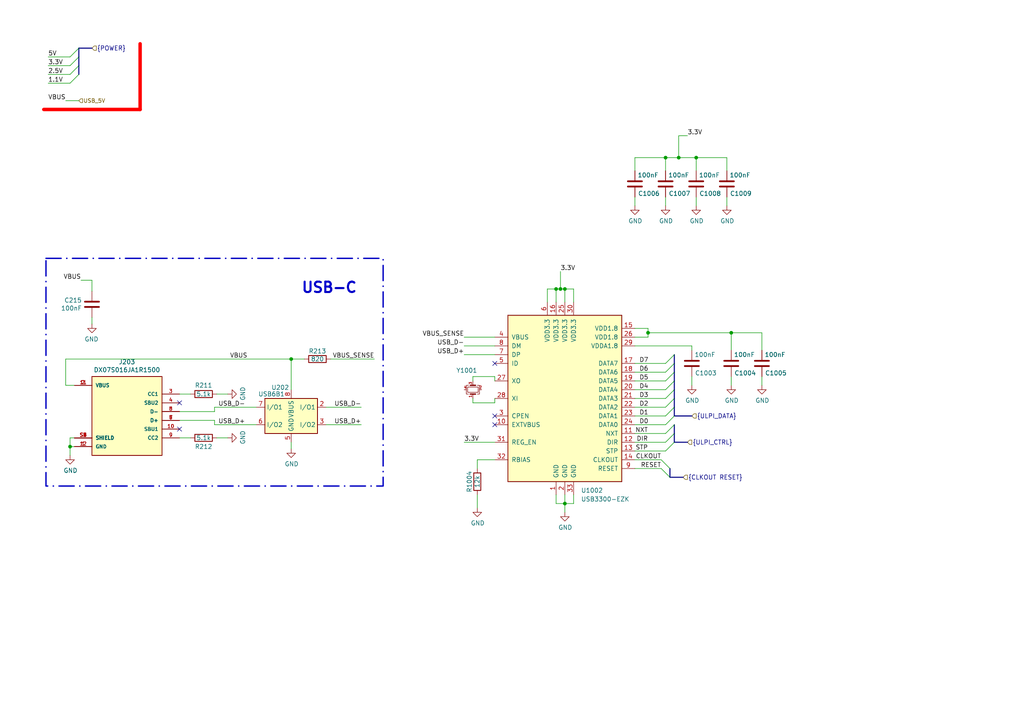
<source format=kicad_sch>
(kicad_sch (version 20250114) (generator "eeschema") (generator_version "9.0")
  (paper "A4")
  (title_block (title "PlasmaGate") (date "2025-07-23") (rev "1.0") (company "LPP/CNRS") (comment 1 "Alexis Jeandet") (comment 2 "CC-BY-SA") (comment 3 "alexis.jeandet@member.fsf.org"))
  (lib_symbols
    (symbol "DX07S016JA1R1500:DX07S016JA1R1500" (pin_names (offset 1.016))
      (property "Reference" "J" (at -10.16 11.43 0))
      (property "Value" "DX07S016JA1R1500" (at -10.16 -13.97 0))
      (symbol "DX07S016JA1R1500_0_0"
        (rectangle (start -10.16 -12.7) (end 10.16 10.16) (stroke (width 0.254)) (fill (type background)))
        (pin passive line (at -15.24 5.08 0) (length 5.08) (name "CC1") (number "3"))
        (pin passive line (at -15.24 2.54 0) (length 5.08) (name "SBU2") (number "4"))
        (pin passive line (at -15.24 0 0) (length 5.08) (name "D-") (number "5"))
        (pin passive line (at -15.24 0 0) (length 5.08) (name "D-") (number "8"))
        (pin passive line (at -15.24 -2.54 0) (length 5.08) (name "D+") (number "6"))
        (pin passive line (at -15.24 -2.54 0) (length 5.08) (name "D+") (number "7"))
        (pin passive line (at -15.24 -5.08 0) (length 5.08) (name "SBU1") (number "10"))
        (pin passive line (at -15.24 -7.62 0) (length 5.08) (name "CC2") (number "9"))
        (pin power_in line (at 15.24 7.62 180) (length 5.08) (name "VBUS") (number "11"))
        (pin power_in line (at 15.24 7.62 180) (length 5.08) (name "VBUS") (number "2"))
        (pin passive line (at 15.24 -7.62 180) (length 5.08) (name "SHIELD") (number "S1"))
        (pin passive line (at 15.24 -7.62 180) (length 5.08) (name "SHIELD") (number "S2"))
        (pin passive line (at 15.24 -7.62 180) (length 5.08) (name "SHIELD") (number "S3"))
        (pin passive line (at 15.24 -7.62 180) (length 5.08) (name "SHIELD") (number "S4"))
        (pin passive line (at 15.24 -7.62 180) (length 5.08) (name "SHIELD") (number "S5"))
        (pin passive line (at 15.24 -7.62 180) (length 5.08) (name "SHIELD") (number "S6"))
        (pin power_in line (at 15.24 -10.16 180) (length 5.08) (name "GND") (number "1"))
        (pin power_in line (at 15.24 -10.16 180) (length 5.08) (name "GND") (number "12"))
      )
    )
    (symbol "Device:C" (pin_numbers (hide yes)) (pin_names (offset 0.254))
      (property "Reference" "C" (at 0.635 2.54 0))
      (property "Value" "C" (at 0.635 -2.54 0))
      (symbol "C_0_1"
        (polyline (pts (xy -2.032 0.762) (xy 2.032 0.762)) (stroke (width 0.508)))
        (polyline (pts (xy -2.032 -0.762) (xy 2.032 -0.762)) (stroke (width 0.508)))
      )
      (symbol "C_1_1"
        (pin passive line (at 0 3.81 270) (length 2.794) (name "~") (number "1"))
        (pin passive line (at 0 -3.81 90) (length 2.794) (name "~") (number "2"))
      )
    )
    (symbol "Device:Crystal_GND24_Small" (pin_names (offset 1.016) (hide yes))
      (property "Reference" "Y" (at 1.27 4.445 0))
      (property "Value" "Crystal_GND24_Small" (at 1.27 2.54 0))
      (symbol "Crystal_GND24_Small_0_1"
        (polyline (pts (xy -1.27 1.27) (xy -1.27 1.905) (xy 1.27 1.905) (xy 1.27 1.27)))
        (polyline (pts (xy -1.27 -0.762) (xy -1.27 0.762)) (stroke (width 0.381)))
        (polyline (pts (xy -1.27 -1.27) (xy -1.27 -1.905) (xy 1.27 -1.905) (xy 1.27 -1.27)))
        (rectangle (start -0.762 -1.524) (end 0.762 1.524))
        (polyline (pts (xy 1.27 -0.762) (xy 1.27 0.762)) (stroke (width 0.381)))
      )
      (symbol "Crystal_GND24_Small_1_1"
        (pin passive line (at -2.54 0 0) (length 1.27) (name "1") (number "1"))
        (pin passive line (at 0 2.54 270) (length 0.635) (name "4") (number "4"))
        (pin passive line (at 0 -2.54 90) (length 0.635) (name "2") (number "2"))
        (pin passive line (at 2.54 0 180) (length 1.27) (name "3") (number "3"))
      )
    )
    (symbol "Device:R" (pin_numbers (hide yes)) (pin_names (offset 0))
      (property "Reference" "R" (at 2.032 0 90))
      (property "Value" "R" (at 0 0 90))
      (symbol "R_0_1"
        (rectangle (start -1.016 -2.54) (end 1.016 2.54) (stroke (width 0.254)))
      )
      (symbol "R_1_1"
        (pin passive line (at 0 3.81 270) (length 1.27) (name "~") (number "1"))
        (pin passive line (at 0 -3.81 90) (length 1.27) (name "~") (number "2"))
      )
    )
    (symbol "Interface_USB:USB3300-EZK" (pin_names (offset 1.016))
      (property "Reference" "U" (at 0 1.27 0))
      (property "Value" "USB3300-EZK" (at 0 -1.27 0))
      (symbol "USB3300-EZK_0_1"
        (rectangle (start 16.51 -24.13) (end -16.51 24.13) (stroke (width 0.254)) (fill (type background)))
      )
      (symbol "USB3300-EZK_1_1"
        (pin power_in line (at -20.32 17.78 0) (length 3.81) (name "VBUS") (number "4"))
        (pin bidirectional line (at -20.32 15.24 0) (length 3.81) (name "DM") (number "8"))
        (pin bidirectional line (at -20.32 12.7 0) (length 3.81) (name "DP") (number "7"))
        (pin input line (at -20.32 10.16 0) (length 3.81) (name "ID") (number "5"))
        (pin output line (at -20.32 5.08 0) (length 3.81) (name "XO") (number "27"))
        (pin input line (at -20.32 0 0) (length 3.81) (name "XI") (number "28"))
        (pin output line (at -20.32 -5.08 0) (length 3.81) (name "CPEN") (number "3"))
        (pin input line (at -20.32 -7.62 0) (length 3.81) (name "EXTVBUS") (number "10"))
        (pin bidirectional line (at -20.32 -12.7 0) (length 3.81) (name "REG_EN") (number "31"))
        (pin passive line (at -20.32 -17.78 0) (length 3.81) (name "RBIAS") (number "32"))
        (pin power_in line (at -5.08 27.94 270) (length 3.81) (name "VDD3.3") (number "6"))
        (pin power_in line (at -2.54 27.94 270) (length 3.81) (name "VDD3.3") (number "16"))
        (pin power_in line (at -2.54 -27.94 90) (length 3.81) (name "GND") (number "1"))
        (pin power_in line (at 0 27.94 270) (length 3.81) (name "VDD3.3") (number "25"))
        (pin power_in line (at 0 -27.94 90) (length 3.81) (name "GND") (number "2"))
        (pin power_in line (at 2.54 27.94 270) (length 3.81) (name "VDD3.3") (number "30"))
        (pin power_in line (at 2.54 -27.94 90) (length 3.81) (name "GND") (number "33"))
        (pin power_out line (at 20.32 20.32 180) (length 3.81) (name "VDD1.8") (number "15"))
        (pin power_out line (at 20.32 17.78 180) (length 3.81) (name "VDD1.8") (number "26"))
        (pin power_out line (at 20.32 15.24 180) (length 3.81) (name "VDDA1.8") (number "29"))
        (pin bidirectional line (at 20.32 10.16 180) (length 3.81) (name "DATA7") (number "17"))
        (pin bidirectional line (at 20.32 7.62 180) (length 3.81) (name "DATA6") (number "18"))
        (pin bidirectional line (at 20.32 5.08 180) (length 3.81) (name "DATA5") (number "19"))
        (pin bidirectional line (at 20.32 2.54 180) (length 3.81) (name "DATA4") (number "20"))
        (pin bidirectional line (at 20.32 0 180) (length 3.81) (name "DATA3") (number "21"))
        (pin bidirectional line (at 20.32 -2.54 180) (length 3.81) (name "DATA2") (number "22"))
        (pin bidirectional line (at 20.32 -5.08 180) (length 3.81) (name "DATA1") (number "23"))
        (pin bidirectional line (at 20.32 -7.62 180) (length 3.81) (name "DATA0") (number "24"))
        (pin output line (at 20.32 -10.16 180) (length 3.81) (name "NXT") (number "11"))
        (pin output line (at 20.32 -12.7 180) (length 3.81) (name "DIR") (number "12"))
        (pin input line (at 20.32 -15.24 180) (length 3.81) (name "STP") (number "13"))
        (pin output line (at 20.32 -17.78 180) (length 3.81) (name "CLKOUT") (number "14"))
        (pin input line (at 20.32 -20.32 180) (length 3.81) (name "RESET") (number "9"))
      )
    )
    (symbol "Power_Protection:USB6B1"
      (property "Reference" "U" (at 6.35 6.35 0))
      (property "Value" "USB6B1" (at 5.08 -6.35 0))
      (symbol "USB6B1_0_1"
        (rectangle (start -7.62 -5.08) (end 7.62 5.08) (stroke (width 0.254)) (fill (type background)))
      )
      (symbol "USB6B1_1_1"
        (pin passive line (at -10.16 2.54 0) (length 2.54) (name "I/O1") (number "2"))
        (pin passive line (at -10.16 -2.54 0) (length 2.54) (name "I/O2") (number "3"))
        (pin passive line (at 0 7.62 270) (length 2.54) (hide yes) (name "VBUS") (number "1"))
        (pin passive line (at 0 7.62 270) (length 2.54) (name "VBUS") (number "8"))
        (pin passive line (at 0 -7.62 90) (length 2.54) (hide yes) (name "GND") (number "4"))
        (pin passive line (at 0 -7.62 90) (length 2.54) (name "GND") (number "5"))
        (pin passive line (at 10.16 2.54 180) (length 2.54) (name "I/O1") (number "7"))
        (pin passive line (at 10.16 -2.54 180) (length 2.54) (name "I/O2") (number "6"))
      )
    )
    (symbol "power:GND" (power) (pin_names (offset 0))
      (property "Value" "GND" (at 0 -3.81 0))
      (symbol "GND_0_1"
        (polyline (pts (xy 0 0) (xy 0 -1.27) (xy 1.27 -1.27) (xy 0 -2.54) (xy -1.27 -1.27) (xy 0 -1.27)))
      )
      (symbol "GND_1_1"
        (pin power_in line (at 0 0 270) (length 0) (hide yes) (name "GND") (number "1"))
      )
    )
  )
  (bus_alias "ULPI_CTRL" (members "NXT" "DIR" "STP"))
  (bus_alias "ULPI_DATA" (members "D0" "D1" "D2" "D3" "D4" "D5" "D6" "D7"))
  (rectangle (start 13.335 74.93) (end 111.125 140.97) (stroke (width 0.4) (type dash_dot)))
  (text "USB-C" (at 87.249 85.344 0) (effects (font (size 2.9972 2.9972) (thickness 0.5994) (bold yes)) (justify left bottom)))
  (junction (at 193.04 45.72))
  (junction (at 201.93 45.72))
  (junction (at 20.32 129.54))
  (junction (at 196.85 45.72))
  (junction (at 212.09 96.52))
  (junction (at 163.83 146.05))
  (junction (at 187.96 96.52))
  (junction (at 161.29 83.82))
  (junction (at 84.455 104.14))
  (junction (at 162.56 83.82))
  (junction (at 163.83 83.82))
  (no_connect (at 143.51 120.65))
  (no_connect (at 52.07 116.84))
  (no_connect (at 143.51 123.19))
  (no_connect (at 143.51 105.41))
  (no_connect (at 52.07 124.46))
  (bus_entry (at 193.04 120.65) (size 2.54 -2.54))
  (bus_entry (at 193.04 118.11) (size 2.54 -2.54))
  (bus_entry (at 22.86 13.97) (size -2.54 2.54))
  (bus_entry (at 191.77 135.89) (size 2.54 2.54))
  (bus_entry (at 22.86 19.05) (size -2.54 2.54))
  (bus_entry (at 193.04 128.27) (size 2.54 -2.54))
  (bus_entry (at 191.77 133.35) (size 2.54 2.54))
  (bus_entry (at 193.04 115.57) (size 2.54 -2.54))
  (bus_entry (at 193.04 113.03) (size 2.54 -2.54))
  (bus_entry (at 193.04 110.49) (size 2.54 -2.54))
  (bus_entry (at 22.86 16.51) (size -2.54 2.54))
  (bus_entry (at 193.04 105.41) (size 2.54 -2.54))
  (bus_entry (at 193.04 123.19) (size 2.54 -2.54))
  (bus_entry (at 193.04 125.73) (size 2.54 -2.54))
  (bus_entry (at 193.04 107.95) (size 2.54 -2.54))
  (bus_entry (at 22.86 21.59) (size -2.54 2.54))
  (bus_entry (at 193.04 130.81) (size 2.54 -2.54))
  (wire (pts (xy 161.29 143.51) (xy 161.29 146.05)))
  (wire (pts (xy 62.23 121.92) (xy 52.07 121.92)))
  (wire (pts (xy 163.83 146.05) (xy 166.37 146.05)))
  (wire (pts (xy 52.07 114.3) (xy 55.245 114.3)))
  (wire (pts (xy 13.97 21.59) (xy 20.32 21.59)))
  (bus (pts (xy 195.58 115.57) (xy 195.58 118.11)))
  (bus (pts (xy 22.86 13.97) (xy 26.67 13.97)))
  (wire (pts (xy 138.43 143.51) (xy 138.43 147.32)))
  (polyline (pts (xy 12.7 31.75) (xy 40.64 31.75)) (stroke (width 1) (color 255 0 0 1)))
  (wire (pts (xy 196.85 39.37) (xy 196.85 45.72)))
  (wire (pts (xy 184.15 135.89) (xy 191.77 135.89)))
  (wire (pts (xy 137.16 110.49) (xy 137.16 109.22)))
  (wire (pts (xy 74.295 118.11) (xy 62.23 118.11)))
  (wire (pts (xy 134.62 97.79) (xy 143.51 97.79)))
  (wire (pts (xy 184.15 59.69) (xy 184.15 57.15)))
  (wire (pts (xy 13.97 19.05) (xy 20.32 19.05)))
  (wire (pts (xy 187.96 96.52) (xy 212.09 96.52)))
  (wire (pts (xy 134.62 102.87) (xy 143.51 102.87)))
  (bus (pts (xy 194.31 135.89) (xy 194.31 138.43)))
  (wire (pts (xy 184.15 130.81) (xy 193.04 130.81)))
  (wire (pts (xy 201.93 45.72) (xy 201.93 49.53)))
  (wire (pts (xy 94.615 123.19) (xy 104.775 123.19)))
  (wire (pts (xy 19.05 111.76) (xy 21.59 111.76)))
  (wire (pts (xy 162.56 78.74) (xy 162.56 83.82)))
  (wire (pts (xy 212.09 111.76) (xy 212.09 109.22)))
  (wire (pts (xy 163.83 83.82) (xy 166.37 83.82)))
  (wire (pts (xy 210.82 45.72) (xy 210.82 49.53)))
  (bus (pts (xy 195.58 125.73) (xy 195.58 128.27)))
  (bus (pts (xy 195.58 105.41) (xy 195.58 107.95)))
  (bus (pts (xy 22.86 16.51) (xy 22.86 13.97)))
  (wire (pts (xy 193.04 45.72) (xy 193.04 49.53)))
  (wire (pts (xy 163.83 143.51) (xy 163.83 146.05)))
  (wire (pts (xy 187.96 95.25) (xy 187.96 96.52)))
  (wire (pts (xy 163.83 146.05) (xy 163.83 148.59)))
  (wire (pts (xy 201.93 45.72) (xy 210.82 45.72)))
  (wire (pts (xy 184.15 118.11) (xy 193.04 118.11)))
  (wire (pts (xy 166.37 146.05) (xy 166.37 143.51)))
  (bus (pts (xy 22.86 21.59) (xy 22.86 19.05)))
  (wire (pts (xy 184.15 113.03) (xy 193.04 113.03)))
  (wire (pts (xy 184.15 120.65) (xy 193.04 120.65)))
  (bus (pts (xy 195.58 120.65) (xy 200.66 120.65)))
  (wire (pts (xy 161.29 83.82) (xy 162.56 83.82)))
  (wire (pts (xy 94.615 118.11) (xy 104.775 118.11)))
  (wire (pts (xy 184.15 107.95) (xy 193.04 107.95)))
  (bus (pts (xy 195.58 113.03) (xy 195.58 115.57)))
  (wire (pts (xy 201.93 59.69) (xy 201.93 57.15)))
  (wire (pts (xy 21.59 129.54) (xy 20.32 129.54)))
  (wire (pts (xy 220.98 96.52) (xy 212.09 96.52)))
  (wire (pts (xy 84.455 104.14) (xy 88.265 104.14)))
  (wire (pts (xy 26.67 81.28) (xy 26.67 84.455)))
  (wire (pts (xy 184.15 105.41) (xy 193.04 105.41)))
  (bus (pts (xy 194.31 138.43) (xy 198.12 138.43)))
  (wire (pts (xy 134.62 100.33) (xy 143.51 100.33)))
  (wire (pts (xy 74.295 123.19) (xy 62.23 123.19)))
  (wire (pts (xy 193.04 59.69) (xy 193.04 57.15)))
  (wire (pts (xy 62.865 114.3) (xy 66.04 114.3)))
  (wire (pts (xy 143.51 133.35) (xy 138.43 133.35)))
  (wire (pts (xy 138.43 133.35) (xy 138.43 135.89)))
  (wire (pts (xy 200.66 100.33) (xy 184.15 100.33)))
  (wire (pts (xy 184.15 123.19) (xy 193.04 123.19)))
  (wire (pts (xy 161.29 146.05) (xy 163.83 146.05)))
  (wire (pts (xy 220.98 101.6) (xy 220.98 96.52)))
  (wire (pts (xy 143.51 116.84) (xy 143.51 115.57)))
  (wire (pts (xy 220.98 111.76) (xy 220.98 109.22)))
  (bus (pts (xy 195.58 123.19) (xy 195.58 125.73)))
  (wire (pts (xy 26.67 93.98) (xy 26.67 92.075)))
  (wire (pts (xy 184.15 45.72) (xy 193.04 45.72)))
  (wire (pts (xy 52.07 127) (xy 55.245 127)))
  (bus (pts (xy 195.58 110.49) (xy 195.58 113.03)))
  (wire (pts (xy 200.66 101.6) (xy 200.66 100.33)))
  (bus (pts (xy 22.86 19.05) (xy 22.86 16.51)))
  (wire (pts (xy 210.82 59.69) (xy 210.82 57.15)))
  (wire (pts (xy 166.37 83.82) (xy 166.37 87.63)))
  (wire (pts (xy 184.15 95.25) (xy 187.96 95.25)))
  (wire (pts (xy 184.15 133.35) (xy 191.77 133.35)))
  (wire (pts (xy 62.23 123.19) (xy 62.23 121.92)))
  (wire (pts (xy 137.16 115.57) (xy 137.16 116.84)))
  (wire (pts (xy 84.455 130.175) (xy 84.455 128.27)))
  (wire (pts (xy 21.59 127) (xy 20.32 127)))
  (wire (pts (xy 52.07 119.38) (xy 62.23 119.38)))
  (wire (pts (xy 212.09 96.52) (xy 212.09 101.6)))
  (bus (pts (xy 195.58 118.11) (xy 195.58 120.65)))
  (wire (pts (xy 62.23 119.38) (xy 62.23 118.11)))
  (polyline (pts (xy 40.64 12.7) (xy 40.64 31.75)) (stroke (width 1) (color 255 0 0 1)))
  (wire (pts (xy 161.29 83.82) (xy 161.29 87.63)))
  (wire (pts (xy 13.97 16.51) (xy 20.32 16.51)))
  (wire (pts (xy 13.97 24.13) (xy 20.32 24.13)))
  (wire (pts (xy 193.04 45.72) (xy 196.85 45.72)))
  (bus (pts (xy 195.58 102.87) (xy 195.58 105.41)))
  (wire (pts (xy 137.16 116.84) (xy 143.51 116.84)))
  (wire (pts (xy 199.39 39.37) (xy 196.85 39.37)))
  (wire (pts (xy 184.15 128.27) (xy 193.04 128.27)))
  (wire (pts (xy 184.15 110.49) (xy 193.04 110.49)))
  (wire (pts (xy 158.75 83.82) (xy 161.29 83.82)))
  (wire (pts (xy 95.885 104.14) (xy 108.585 104.14)))
  (wire (pts (xy 200.66 111.76) (xy 200.66 109.22)))
  (wire (pts (xy 196.85 45.72) (xy 201.93 45.72)))
  (wire (pts (xy 19.05 104.14) (xy 19.05 111.76)))
  (wire (pts (xy 184.15 97.79) (xy 187.96 97.79)))
  (wire (pts (xy 62.865 127) (xy 66.04 127)))
  (bus (pts (xy 195.58 128.27) (xy 199.39 128.27)))
  (wire (pts (xy 184.15 49.53) (xy 184.15 45.72)))
  (bus (pts (xy 195.58 107.95) (xy 195.58 110.49)))
  (wire (pts (xy 137.16 109.22) (xy 143.51 109.22)))
  (wire (pts (xy 84.455 104.14) (xy 19.05 104.14)))
  (wire (pts (xy 134.62 128.27) (xy 143.51 128.27)))
  (wire (pts (xy 184.15 115.57) (xy 193.04 115.57)))
  (wire (pts (xy 162.56 83.82) (xy 163.83 83.82)))
  (wire (pts (xy 20.32 127) (xy 20.32 129.54)))
  (wire (pts (xy 20.32 129.54) (xy 20.32 132.08)))
  (wire (pts (xy 143.51 109.22) (xy 143.51 110.49)))
  (wire (pts (xy 184.15 125.73) (xy 193.04 125.73)))
  (wire (pts (xy 84.455 113.03) (xy 84.455 104.14)))
  (wire (pts (xy 22.86 29.21) (xy 19.05 29.21)))
  (wire (pts (xy 23.495 81.28) (xy 26.67 81.28)))
  (wire (pts (xy 163.83 83.82) (xy 163.83 87.63)))
  (wire (pts (xy 158.75 87.63) (xy 158.75 83.82)))
  (wire (pts (xy 187.96 96.52) (xy 187.96 97.79)))
  (label "USB_D+" (at 71.12 123.19 180))
  (label "D6" (at 185.42 107.95 0))
  (label "CLKOUT" (at 191.77 133.35 180))
  (label "5V" (at 13.97 16.51 0))
  (label "STP" (at 187.96 130.81 180))
  (label "VBUS" (at 23.495 81.28 180))
  (label "USB_D-" (at 71.12 118.11 180))
  (label "VBUS_SENSE" (at 108.585 104.14 180))
  (label "USB_D-" (at 104.775 118.11 180))
  (label "D4" (at 185.42 113.03 0))
  (label "DIR" (at 187.96 128.27 180))
  (label "3.3V" (at 134.62 128.27 0))
  (label "D5" (at 185.42 110.49 0))
  (label "D1" (at 185.42 120.65 0))
  (label "USB_D-" (at 134.62 100.33 180))
  (label "USB_D+" (at 134.62 102.87 180))
  (label "1.1V" (at 13.97 24.13 0))
  (label "VBUS_SENSE" (at 134.62 97.79 180))
  (label "2.5V" (at 13.97 21.59 0))
  (label "USB_D+" (at 104.775 123.19 180))
  (label "3.3V" (at 199.39 39.37 0))
  (label "D0" (at 185.42 123.19 0))
  (label "D3" (at 185.42 115.57 0))
  (label "RESET" (at 191.77 135.89 180))
  (label "D2" (at 185.42 118.11 0))
  (label "VBUS" (at 66.675 104.14 0))
  (label "NXT" (at 187.96 125.73 180))
  (label "VBUS" (at 19.05 29.21 180))
  (label "3.3V" (at 13.97 19.05 0))
  (label "D7" (at 185.42 105.41 0))
  (label "3.3V" (at 162.56 78.74 0))
  (hierarchical_label "{CLKOUT RESET}" (shape input) (at 198.12 138.43 0))
  (hierarchical_label "{ULPI_CTRL}" (shape input) (at 199.39 128.27 0))
  (hierarchical_label "{POWER}" (shape input) (at 26.67 13.97 0))
  (hierarchical_label "{ULPI_DATA}" (shape input) (at 200.66 120.65 0))
  (hierarchical_label "USB_5V" (shape input) (at 22.86 29.21 0) (effects (font (size 1.1176 1.1176))))
  (symbol (lib_id "Device:R") (at 59.055 127 270) (unit 1)
    (property "Reference" "R212" (at 59.055 129.54 90))
    (property "Value" "5.1k" (at 59.055 127 90))
    (property "Footprint" "Resistor_SMD:R_0402_1005Metric" (effects (hide yes)))
  )
  (symbol (lib_id "Device:C") (at 201.93 53.34 0) (unit 1)
    (property "Reference" "C1008" (at 205.994 56.134 0))
    (property "Value" "100nF" (at 205.74 50.8 0))
    (property "Footprint" "Capacitor_SMD:C_0402_1005Metric_Pad0.74x0.62mm_HandSolder" (effects (hide yes)))
  )
  (symbol (lib_id "power:GND") (at 66.04 114.3 90) (unit 1)
    (property "Reference" "#PWR0224" (effects (hide yes)))
    (property "Value" "GND" (at 70.4342 114.173 0))
  )
  (symbol (lib_id "power:GND") (at 212.09 111.76 0) (unit 1)
    (property "Reference" "#PWR01006" (effects (hide yes)))
    (property "Value" "GND" (at 212.217 116.1542 0))
  )
  (symbol (lib_id "Device:R") (at 92.075 104.14 270) (unit 1)
    (property "Reference" "R213" (at 92.075 101.854 90))
    (property "Value" "820" (at 92.075 104.14 90))
    (property "Footprint" "Resistor_SMD:R_0402_1005Metric" (effects (hide yes)))
  )
  (symbol (lib_id "Device:R") (at 59.055 114.3 270) (unit 1)
    (property "Reference" "R211" (at 59.055 111.76 90))
    (property "Value" "5.1k" (at 59.055 114.3 90))
    (property "Footprint" "Resistor_SMD:R_0402_1005Metric" (effects (hide yes)))
  )
  (symbol (lib_id "Device:C") (at 184.15 53.34 0) (unit 1)
    (property "Reference" "C1006" (at 188.214 56.134 0))
    (property "Value" "100nF" (at 187.96 50.8 0))
    (property "Footprint" "Capacitor_SMD:C_0402_1005Metric_Pad0.74x0.62mm_HandSolder" (effects (hide yes)))
  )
  (symbol (lib_id "power:GND") (at 193.04 59.69 0) (unit 1)
    (property "Reference" "#PWR01009" (effects (hide yes)))
    (property "Value" "GND" (at 193.167 64.0842 0))
  )
  (symbol (lib_id "power:GND") (at 220.98 111.76 0) (unit 1)
    (property "Reference" "#PWR01007" (effects (hide yes)))
    (property "Value" "GND" (at 221.107 116.1542 0))
  )
  (symbol (lib_id "Interface_USB:USB3300-EZK") (at 163.83 115.57 0) (unit 1)
    (property "Reference" "U1002" (at 168.5133 142.24 0) (effects (justify left)))
    (property "Value" "USB3300-EZK" (at 168.5133 144.78 0) (effects (justify left)))
    (property "Footprint" "Package_DFN_QFN:QFN-32-1EP_5x5mm_P0.5mm_EP3.45x3.45mm" (effects (hide yes)))
    (property "Datasheet" "http://ww1.microchip.com/downloads/en/DeviceDoc/00001783C.pdf" (effects (hide yes)))
    (property "Description" "Hi-Speed USB Host, Device or OTG PHY with ULPI Interface" (effects (hide yes)))
  )
  (symbol (lib_id "Device:C") (at 220.98 105.41 0) (unit 1)
    (property "Reference" "C1005" (at 225.044 108.204 0))
    (property "Value" "100nF" (at 224.79 102.87 0))
    (property "Footprint" "Capacitor_SMD:C_0402_1005Metric_Pad0.74x0.62mm_HandSolder" (effects (hide yes)))
  )
  (symbol (lib_id "Device:C") (at 193.04 53.34 0) (unit 1)
    (property "Reference" "C1007" (at 197.104 56.134 0))
    (property "Value" "100nF" (at 196.85 50.8 0))
    (property "Footprint" "Capacitor_SMD:C_0402_1005Metric_Pad0.74x0.62mm_HandSolder" (effects (hide yes)))
  )
  (symbol (lib_id "power:GND") (at 84.455 130.175 0) (unit 1)
    (property "Reference" "#PWR0226" (effects (hide yes)))
    (property "Value" "GND" (at 84.582 134.5692 0))
  )
  (symbol (lib_id "power:GND") (at 201.93 59.69 0) (unit 1)
    (property "Reference" "#PWR01010" (effects (hide yes)))
    (property "Value" "GND" (at 202.057 64.0842 0))
  )
  (symbol (lib_id "power:GND") (at 20.32 132.08 0) (unit 1)
    (property "Reference" "#PWR0222" (effects (hide yes)))
    (property "Value" "GND" (at 20.447 136.4742 0))
  )
  (symbol (lib_id "power:GND") (at 163.83 148.59 0) (unit 1)
    (property "Reference" "#PWR01003" (effects (hide yes)))
    (property "Value" "GND" (at 163.957 152.9842 0))
  )
  (symbol (lib_id "power:GND") (at 184.15 59.69 0) (unit 1)
    (property "Reference" "#PWR01008" (effects (hide yes)))
    (property "Value" "GND" (at 184.277 64.0842 0))
  )
  (symbol (lib_id "Power_Protection:USB6B1") (at 84.455 120.65 0) (mirror y) (unit 1)
    (property "Reference" "U202" (at 81.28 112.395 0))
    (property "Value" "USB6B1" (at 78.74 114.3 0))
    (property "Footprint" "Package_SO:SOIC-8_3.9x4.9mm_P1.27mm" (effects (hide yes)))
    (property "Datasheet" "http://www.st.com/content/ccc/resource/technical/document/datasheet/3e/ec/b2/54/b2/76/47/90/CD00001361.pdf/files/CD00001361.pdf/jcr:content/translations/en.CD00001361.pdf" (effects (hide yes)))
  )
  (symbol (lib_id "Device:Crystal_GND24_Small") (at 137.16 113.03 90) (unit 1)
    (property "Reference" "Y1001" (at 135.382 107.442 90))
    (property "Value" "Crystal_GND24_Small" (effects (hide yes)))
    (property "Footprint" "Crystal:Crystal_SMD_EuroQuartz_X22-4Pin_2.5x2.0mm_HandSoldering" (effects (hide yes)))
    (property "Description" "Four pin crystal, GND on pins 2 and 4, small symbol" (effects (hide yes)))
    (property "Mouser" "https://eu.mouser.com/ProductDetail/Bussmann-Eaton/E2X240101X01?qs=%252BXxaIXUDbq0kl2zbOQ70Mw%3D%3D" (effects (hide yes)))
  )
  (symbol (lib_id "power:GND") (at 26.67 93.98 0) (mirror y) (unit 1)
    (property "Reference" "#PWR0223" (effects (hide yes)))
    (property "Value" "GND" (at 26.543 98.3742 0))
  )
  (symbol (lib_id "power:GND") (at 210.82 59.69 0) (unit 1)
    (property "Reference" "#PWR01011" (effects (hide yes)))
    (property "Value" "GND" (at 210.947 64.0842 0))
  )
  (symbol (lib_id "power:GND") (at 66.04 127 90) (unit 1)
    (property "Reference" "#PWR0225" (effects (hide yes)))
    (property "Value" "GND" (at 70.4342 126.873 0))
  )
  (symbol (lib_id "Device:C") (at 212.09 105.41 0) (unit 1)
    (property "Reference" "C1004" (at 216.154 108.204 0))
    (property "Value" "100nF" (at 215.9 102.87 0))
    (property "Footprint" "Capacitor_SMD:C_0402_1005Metric_Pad0.74x0.62mm_HandSolder" (effects (hide yes)))
  )
  (symbol (lib_id "Device:C") (at 210.82 53.34 0) (unit 1)
    (property "Reference" "C1009" (at 214.884 56.134 0))
    (property "Value" "100nF" (at 214.63 50.8 0))
    (property "Footprint" "Capacitor_SMD:C_0402_1005Metric_Pad0.74x0.62mm_HandSolder" (effects (hide yes)))
  )
  (symbol (lib_id "Device:C") (at 200.66 105.41 0) (unit 1)
    (property "Reference" "C1003" (at 204.724 108.204 0))
    (property "Value" "100nF" (at 204.47 102.87 0))
    (property "Footprint" "Capacitor_SMD:C_0402_1005Metric_Pad0.74x0.62mm_HandSolder" (effects (hide yes)))
  )
  (symbol (lib_id "DX07S016JA1R1500:DX07S016JA1R1500") (at 36.83 119.38 0) (mirror y) (unit 1)
    (property "Reference" "J203" (at 36.83 104.9782 0))
    (property "Value" "DX07S016JA1R1500" (at 36.83 107.2896 0))
    (property "Footprint" "DX07S016JA1R1500:JAE_DX07S016JA1R1500" (effects (hide yes)))
    (property "MANUFACTURER" "JAE Industry Ltd." (effects (hide yes)))
    (property "MAXIMUM_PACKAGE_HEIGHT" "3.31 mm" (effects (hide yes)))
    (property "STANDARD" "Manufacturer Recommendations" (effects (hide yes)))
    (property "PARTREV" "1" (effects (hide yes)))
  )
  (symbol (lib_id "Device:R") (at 138.43 139.7 0) (unit 1)
    (property "Reference" "R1004" (at 136.144 139.7 90))
    (property "Value" "12k" (at 138.43 139.7 90))
    (property "Footprint" "Resistor_SMD:R_0402_1005Metric" (effects (hide yes)))
  )
  (symbol (lib_id "power:GND") (at 138.43 147.32 0) (unit 1)
    (property "Reference" "#PWR01004" (effects (hide yes)))
    (property "Value" "GND" (at 138.557 151.7142 0))
  )
  (symbol (lib_id "Device:C") (at 26.67 88.265 0) (mirror y) (unit 1)
    (property "Reference" "C215" (at 23.749 87.0966 0) (effects (justify left)))
    (property "Value" "100nF" (at 23.749 89.408 0) (effects (justify left)))
    (property "Footprint" "Capacitor_SMD:C_0402_1005Metric_Pad0.74x0.62mm_HandSolder" (effects (hide yes)))
  )
  (symbol (lib_id "power:GND") (at 200.66 111.76 0) (unit 1)
    (property "Reference" "#PWR01005" (effects (hide yes)))
    (property "Value" "GND" (at 200.787 116.1542 0))
  )
)
</source>
